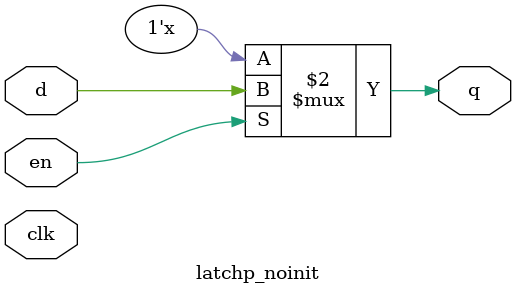
<source format=v>

module latchp (
    input d,
    clk,
    en,
    output reg q
);
  initial q <= 1'b0;
  always @* if (en) q <= d;
endmodule

module latchn (
    input d,
    clk,
    en,
    output reg q
);
  always @* if (!en) q <= d;
endmodule

module my_latchsre (
    input d,
    clk,
    en,
    clr,
    pre,
    output reg q
);
  always @*
    if (clr) q <= 1'b0;
    else if (pre) q <= 1'b1;
    else if (en) q <= d;
endmodule

module latchp_noinit (
    input d,
    clk,
    en,
    output reg q
);
  always @* if (en) q <= d;
endmodule

</source>
